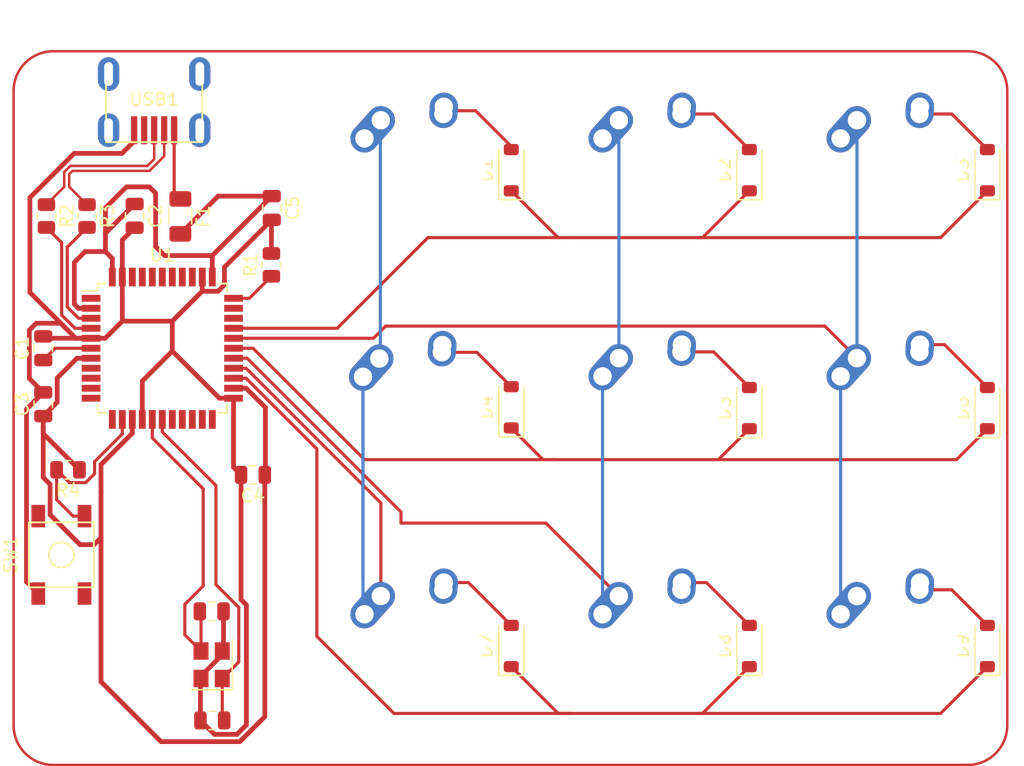
<source format=kicad_pcb>
(kicad_pcb (version 20221018) (generator pcbnew)
  (layers (0 "F.Cu" signal) (31 "B.Cu" signal) (34 "B.Paste" user) (35 "F.Paste" user) (36 "B.SilkS" user "B.Silkscreen") (37 "F.SilkS" user "F.Silkscreen") (38 "B.Mask" user) (39 "F.Mask" user) (44 "Edge.Cuts" user))
  (net 0 "")
  (net 1 "Net-(U1-UCAP)")
  (net 2 "GND")
  (net 3 "+5V")
  (net 4 "Net-(U1-XTAL1)")
  (net 5 "Net-(U1-XTAL2)")
  (net 6 "Row00")
  (net 7 "Net-(D1-A)")
  (net 8 "Net-(D2-A)")
  (net 9 "Net-(D3-A)")
  (net 10 "Row01")
  (net 11 "Net-(D4-A)")
  (net 12 "Net-(D5-A)")
  (net 13 "Net-(D6-A)")
  (net 14 "Row02")
  (net 15 "Net-(D7-A)")
  (net 16 "Net-(D8-A)")
  (net 17 "Net-(D9-A)")
  (net 18 "Net-(USB1-VBUS)")
  (net 19 "Col00")
  (net 20 "Col01")
  (net 21 "Col02")
  (net 22 "Net-(U1-~{HWB}{slash}PE2)")
  (net 23 "D+")
  (net 24 "Net-(U1-D+)")
  (net 25 "D-")
  (net 26 "Net-(U1-D-)")
  (net 27 "Net-(U1-~{RESET})")
  (footprint "Capacitor_SMD:C_0805_2012Metric" (layer "F.Cu") (at 76.1644 73.6092 180)
    (fp_text reference "C4" (at 0 -1.68) (layer "F.SilkS"))
    (fp_text value "0.1uF")
    (pad "1" smd roundrect (at -0.95 0 180) (size 1 1.45) (layers "F.Cu" "F.Paste" "F.Mask") (net 3 "+5V"))
    (pad "2" smd roundrect (at 0.95 0 180) (size 1 1.45) (layers "F.Cu" "F.Paste" "F.Mask") (net 2 "GND"))
  )
  (footprint "MX_Alps_Hybrid:MX-1U-NoLED" (layer "F.Cu") (at 127 87.3125)
    (fp_text reference "MX9")
    (fp_text value "MX-NoLED")
    (pad "" np_thru_hole circle (at -5.08 0 48.0996) (size 1.75 1.75) (drill 1.75) (layers "*.Cu" "*.Mask"))
    (pad "" np_thru_hole circle (at 0 0) (size 3.9878 3.9878) (drill 3.9878) (layers "*.Cu" "*.Mask"))
    (pad "" np_thru_hole circle (at 5.08 0 48.0996) (size 1.75 1.75) (drill 1.75) (layers "*.Cu" "*.Mask"))
    (pad "1" thru_hole oval (at -3.81 -2.54 48.0996) (size 4.211556 2.25) (drill 1.47 (offset 0.980778 0)) (layers "*.Cu" "B.Mask") (net 21 "Col02"))
    (pad "1" thru_hole circle (at -2.5 -4) (size 2.25 2.25) (drill 1.47) (layers "*.Cu" "B.Mask") (net 21 "Col02"))
    (pad "2" thru_hole oval (at 2.5 -4.5 86.0548) (size 2.831378 2.25) (drill 1.47 (offset 0.290689 0)) (layers "*.Cu" "B.Mask") (net 17 "Net-(D9-A)"))
    (pad "2" thru_hole circle (at 2.54 -5.08) (size 2.25 2.25) (drill 1.47) (layers "*.Cu" "B.Mask") (net 17 "Net-(D9-A)"))
  )
  (footprint "MX_Alps_Hybrid:MX-1U-NoLED" (layer "F.Cu") (at 107.95 68.2625)
    (fp_text reference "MX5")
    (fp_text value "MX-NoLED")
    (pad "" np_thru_hole circle (at -5.08 0 48.0996) (size 1.75 1.75) (drill 1.75) (layers "*.Cu" "*.Mask"))
    (pad "" np_thru_hole circle (at 0 0) (size 3.9878 3.9878) (drill 3.9878) (layers "*.Cu" "*.Mask"))
    (pad "" np_thru_hole circle (at 5.08 0 48.0996) (size 1.75 1.75) (drill 1.75) (layers "*.Cu" "*.Mask"))
    (pad "1" thru_hole oval (at -3.81 -2.54 48.0996) (size 4.211556 2.25) (drill 1.47 (offset 0.980778 0)) (layers "*.Cu" "B.Mask") (net 20 "Col01"))
    (pad "1" thru_hole circle (at -2.5 -4) (size 2.25 2.25) (drill 1.47) (layers "*.Cu" "B.Mask") (net 20 "Col01"))
    (pad "2" thru_hole oval (at 2.5 -4.5 86.0548) (size 2.831378 2.25) (drill 1.47 (offset 0.290689 0)) (layers "*.Cu" "B.Mask") (net 12 "Net-(D5-A)"))
    (pad "2" thru_hole circle (at 2.54 -5.08) (size 2.25 2.25) (drill 1.47) (layers "*.Cu" "B.Mask") (net 12 "Net-(D5-A)"))
  )
  (footprint "Resistor_SMD:R_0805_2012Metric" (layer "F.Cu") (at 59.6392 52.8809 -90)
    (fp_text reference "R2" (at 0 -1.65 90) (layer "F.SilkS"))
    (fp_text value "22")
    (pad "1" smd roundrect (at -0.9125 0 270) (size 1.025 1.4) (layers "F.Cu" "F.Paste" "F.Mask") (roundrect_rratio 0.243902) (net 23 "D+"))
    (pad "2" smd roundrect (at 0.9125 0 270) (size 1.025 1.4) (layers "F.Cu" "F.Paste" "F.Mask") (roundrect_rratio 0.243902) (net 24 "Net-(U1-D+)"))
  )
  (footprint "Capacitor_SMD:C_0805_2012Metric" (layer "F.Cu") (at 77.6732 52.2376 -90)
    (fp_text reference "C5" (at 0 -1.68 90) (layer "F.SilkS"))
    (fp_text value "0.1uF")
    (pad "1" smd roundrect (at -0.95 0 270) (size 1 1.45) (layers "F.Cu" "F.Paste" "F.Mask") (net 3 "+5V"))
    (pad "2" smd roundrect (at 0.95 0 270) (size 1 1.45) (layers "F.Cu" "F.Paste" "F.Mask") (net 2 "GND"))
  )
  (footprint "Diode_SMD:D_SOD-123" (layer "F.Cu") (at 115.8875 49.2125 90)
    (fp_text reference "D2" (at 0 -2 90) (layer "F.SilkS"))
    (fp_text value "SOD_123")
    (pad "1" smd roundrect (at -1.65 0 90) (size 0.9 1.2) (layers "F.Cu" "F.Paste" "F.Mask") (net 6 "Row00"))
    (pad "2" smd roundrect (at 1.65 0 90) (size 0.9 1.2) (layers "F.Cu" "F.Paste" "F.Mask") (net 8 "Net-(D2-A)"))
  )
  (footprint "Capacitor_SMD:C_0805_2012Metric" (layer "F.Cu") (at 72.8624 84.53755 180)
    (fp_text reference "C7" hide)
    (fp_text value "22pF" hide)
    (pad "1" smd roundrect (at -0.95 0 180) (size 1 1.45) (layers "F.Cu" "F.Paste" "F.Mask") (net 2 "GND"))
    (pad "2" smd roundrect (at 0.95 0 180) (size 1 1.45) (layers "F.Cu" "F.Paste" "F.Mask") (net 5 "Net-(U1-XTAL2)"))
  )
  (footprint "Resistor_SMD:R_0805_2012Metric" (layer "F.Cu") (at 77.64375 56.7925 90)
    (fp_text reference "R1" (at 0 -1.65 90) (layer "F.SilkS"))
    (fp_text value "10k")
    (pad "1" smd roundrect (at -0.9125 0 90) (size 1.025 1.4) (layers "F.Cu" "F.Paste" "F.Mask") (roundrect_rratio 0.243902) (net 22 "Net-(U1-~{HWB}{slash}PE2)"))
    (pad "2" smd roundrect (at 0.9125 0 90) (size 1.025 1.4) (layers "F.Cu" "F.Paste" "F.Mask") (roundrect_rratio 0.243902) (net 2 "GND"))
  )
  (footprint "MX_Alps_Hybrid:MX-1U-NoLED" (layer "F.Cu") (at 107.95 87.3125)
    (fp_text reference "MX8")
    (fp_text value "MX-NoLED")
    (pad "" np_thru_hole circle (at -5.08 0 48.0996) (size 1.75 1.75) (drill 1.75) (layers "*.Cu" "*.Mask"))
    (pad "" np_thru_hole circle (at 0 0) (size 3.9878 3.9878) (drill 3.9878) (layers "*.Cu" "*.Mask"))
    (pad "" np_thru_hole circle (at 5.08 0 48.0996) (size 1.75 1.75) (drill 1.75) (layers "*.Cu" "*.Mask"))
    (pad "1" thru_hole oval (at -3.81 -2.54 48.0996) (size 4.211556 2.25) (drill 1.47 (offset 0.980778 0)) (layers "*.Cu" "B.Mask") (net 20 "Col01"))
    (pad "1" thru_hole circle (at -2.5 -4) (size 2.25 2.25) (drill 1.47) (layers "*.Cu" "B.Mask") (net 20 "Col01"))
    (pad "2" thru_hole oval (at 2.5 -4.5 86.0548) (size 2.831378 2.25) (drill 1.47 (offset 0.290689 0)) (layers "*.Cu" "B.Mask") (net 16 "Net-(D8-A)"))
    (pad "2" thru_hole circle (at 2.54 -5.08) (size 2.25 2.25) (drill 1.47) (layers "*.Cu" "B.Mask") (net 16 "Net-(D8-A)"))
  )
  (footprint "Fuse:Fuse_1206_3216Metric" (layer "F.Cu") (at 70.358 52.9112 -90)
    (fp_text reference "F1" (at 0 -1.82 90) (layer "F.SilkS"))
    (fp_text value "Polyfuse")
    (pad "1" smd roundrect (at -1.4 0 270) (size 1.25 1.75) (layers "F.Cu" "F.Paste" "F.Mask") (roundrect_rratio 0.2) (net 18 "Net-(USB1-VBUS)"))
    (pad "2" smd roundrect (at 1.4 0 270) (size 1.25 1.75) (layers "F.Cu" "F.Paste" "F.Mask") (roundrect_rratio 0.2) (net 3 "+5V"))
  )
  (footprint "Capacitor_SMD:C_0805_2012Metric" (layer "F.Cu") (at 72.9132 93.2688 180)
    (fp_text reference "C6" hide)
    (fp_text value "22pF")
    (pad "1" smd roundrect (at -0.95 0 180) (size 1 1.45) (layers "F.Cu" "F.Paste" "F.Mask") (net 4 "Net-(U1-XTAL1)"))
    (pad "2" smd roundrect (at 0.95 0 180) (size 1 1.45) (layers "F.Cu" "F.Paste" "F.Mask") (net 2 "GND"))
  )
  (footprint "Resistor_SMD:R_0805_2012Metric" (layer "F.Cu") (at 62.8904 52.8828 -90)
    (fp_text reference "R3" (at 0 -1.65 90) (layer "F.SilkS"))
    (fp_text value "22")
    (pad "1" smd roundrect (at -0.9125 0 270) (size 1.025 1.4) (layers "F.Cu" "F.Paste" "F.Mask") (roundrect_rratio 0.243902) (net 25 "D-"))
    (pad "2" smd roundrect (at 0.9125 0 270) (size 1.025 1.4) (layers "F.Cu" "F.Paste" "F.Mask") (roundrect_rratio 0.243902) (net 26 "Net-(U1-D-)"))
  )
  (footprint "Capacitor_SMD:C_0805_2012Metric" (layer "F.Cu") (at 59.3875 63.46875 90)
    (fp_text reference "C1" (at 0 -1.68 90) (layer "F.SilkS"))
    (fp_text value "1uF")
    (pad "1" smd roundrect (at -0.95 0 90) (size 1 1.45) (layers "F.Cu" "F.Paste" "F.Mask") (net 1 "Net-(U1-UCAP)"))
    (pad "2" smd roundrect (at 0.95 0 90) (size 1 1.45) (layers "F.Cu" "F.Paste" "F.Mask") (net 2 "GND"))
  )
  (footprint "Diode_SMD:D_SOD-123" (layer "F.Cu") (at 96.8375 87.3125 90)
    (fp_text reference "D7" (at 0 -2 90) (layer "F.SilkS"))
    (fp_text value "SOD_123")
    (pad "1" smd roundrect (at -1.65 0 90) (size 0.9 1.2) (layers "F.Cu" "F.Paste" "F.Mask") (net 14 "Row02"))
    (pad "2" smd roundrect (at 1.65 0 90) (size 0.9 1.2) (layers "F.Cu" "F.Paste" "F.Mask") (net 15 "Net-(D7-A)"))
  )
  (footprint "MX_Alps_Hybrid:MX-1U-NoLED" (layer "F.Cu") (at 127 49.2125)
    (fp_text reference "MX3")
    (fp_text value "MX-NoLED")
    (pad "" np_thru_hole circle (at -5.08 0 48.0996) (size 1.75 1.75) (drill 1.75) (layers "*.Cu" "*.Mask"))
    (pad "" np_thru_hole circle (at 0 0) (size 3.9878 3.9878) (drill 3.9878) (layers "*.Cu" "*.Mask"))
    (pad "" np_thru_hole circle (at 5.08 0 48.0996) (size 1.75 1.75) (drill 1.75) (layers "*.Cu" "*.Mask"))
    (pad "1" thru_hole oval (at -3.81 -2.54 48.0996) (size 4.211556 2.25) (drill 1.47 (offset 0.980778 0)) (layers "*.Cu" "B.Mask") (net 21 "Col02"))
    (pad "1" thru_hole circle (at -2.5 -4) (size 2.25 2.25) (drill 1.47) (layers "*.Cu" "B.Mask") (net 21 "Col02"))
    (pad "2" thru_hole oval (at 2.5 -4.5 86.0548) (size 2.831378 2.25) (drill 1.47 (offset 0.290689 0)) (layers "*.Cu" "B.Mask") (net 9 "Net-(D3-A)"))
    (pad "2" thru_hole circle (at 2.54 -5.08) (size 2.25 2.25) (drill 1.47) (layers "*.Cu" "B.Mask") (net 9 "Net-(D3-A)"))
  )
  (footprint "Diode_SMD:D_SOD-123" (layer "F.Cu") (at 134.9375 68.2625 90)
    (fp_text reference "D6" (at 0 -2 90) (layer "F.SilkS"))
    (fp_text value "SOD_123")
    (pad "1" smd roundrect (at -1.65 0 90) (size 0.9 1.2) (layers "F.Cu" "F.Paste" "F.Mask") (net 10 "Row01"))
    (pad "2" smd roundrect (at 1.65 0 90) (size 0.9 1.2) (layers "F.Cu" "F.Paste" "F.Mask") (net 13 "Net-(D6-A)"))
  )
  (footprint "Capacitor_SMD:C_0805_2012Metric" (layer "F.Cu") (at 59.3852 67.9552 90)
    (fp_text reference "C3" (at 0 -1.68 90) (layer "F.SilkS"))
    (fp_text value "0.1uF")
    (pad "1" smd roundrect (at -0.95 0 90) (size 1 1.45) (layers "F.Cu" "F.Paste" "F.Mask") (net 3 "+5V"))
    (pad "2" smd roundrect (at 0.95 0 90) (size 1 1.45) (layers "F.Cu" "F.Paste" "F.Mask") (net 2 "GND"))
  )
  (footprint "random-keyboard-parts:SKQG-1155865" (layer "F.Cu") (at 60.8372 80.0112 -90)
    (fp_text reference "SW1" (at 0 4.064 90) (layer "F.SilkS"))
    (fp_text value "SW_Push")
    (pad "1" smd rect (at 3.1 1.85 270) (size 1.8 1.1) (layers "F.Cu" "F.Paste" "F.Mask") (net 2 "GND"))
    (pad "2" smd rect (at -3.1 -1.85 270) (size 1.8 1.1) (layers "F.Cu" "F.Paste" "F.Mask") (net 27 "Net-(U1-~{RESET})"))
    (pad "3" smd rect (at 3.1 -1.85 270) (size 1.8 1.1) (layers "F.Cu" "F.Paste" "F.Mask"))
    (pad "4" smd rect (at -3.1 1.85 270) (size 1.8 1.1) (layers "F.Cu" "F.Paste" "F.Mask"))
  )
  (footprint "MX_Alps_Hybrid:MX-1U-NoLED" (layer "F.Cu") (at 127 68.2625)
    (fp_text reference "MX6")
    (fp_text value "MX-NoLED")
    (pad "" np_thru_hole circle (at -5.08 0 48.0996) (size 1.75 1.75) (drill 1.75) (layers "*.Cu" "*.Mask"))
    (pad "" np_thru_hole circle (at 0 0) (size 3.9878 3.9878) (drill 3.9878) (layers "*.Cu" "*.Mask"))
    (pad "" np_thru_hole circle (at 5.08 0 48.0996) (size 1.75 1.75) (drill 1.75) (layers "*.Cu" "*.Mask"))
    (pad "1" thru_hole oval (at -3.81 -2.54 48.0996) (size 4.211556 2.25) (drill 1.47 (offset 0.980778 0)) (layers "*.Cu" "B.Mask") (net 21 "Col02"))
    (pad "1" thru_hole circle (at -2.5 -4) (size 2.25 2.25) (drill 1.47) (layers "*.Cu" "B.Mask") (net 21 "Col02"))
    (pad "2" thru_hole oval (at 2.5 -4.5 86.0548) (size 2.831378 2.25) (drill 1.47 (offset 0.290689 0)) (layers "*.Cu" "B.Mask") (net 13 "Net-(D6-A)"))
    (pad "2" thru_hole circle (at 2.54 -5.08) (size 2.25 2.25) (drill 1.47) (layers "*.Cu" "B.Mask") (net 13 "Net-(D6-A)"))
  )
  (footprint "Diode_SMD:D_SOD-123" (layer "F.Cu") (at 96.8375 49.2125 90)
    (fp_text reference "D1" (at 0 -2 90) (layer "F.SilkS"))
    (fp_text value "SOD-123")
    (pad "1" smd roundrect (at -1.65 0 90) (size 0.9 1.2) (layers "F.Cu" "F.Paste" "F.Mask") (net 6 "Row00"))
    (pad "2" smd roundrect (at 1.65 0 90) (size 0.9 1.2) (layers "F.Cu" "F.Paste" "F.Mask") (net 7 "Net-(D1-A)"))
  )
  (footprint "Package_QFP:TQFP-44_10x10mm_P0.8mm" (layer "F.Cu") (at 68.9125 63.46875)
    (fp_text reference "U1" (at 0 -7.45) (layer "F.SilkS"))
    (fp_text value "ATmega32U4-A")
    (pad "1" smd rect (at -5.7 -4) (size 1.5 0.55) (layers "F.Cu" "F.Paste" "F.Mask"))
    (pad "2" smd rect (at -5.7 -3.2) (size 1.5 0.55) (layers "F.Cu" "F.Paste" "F.Mask") (net 3 "+5V"))
    (pad "3" smd rect (at -5.7 -2.4) (size 1.5 0.55) (layers "F.Cu" "F.Paste" "F.Mask") (net 26 "Net-(U1-D-)"))
    (pad "4" smd rect (at -5.7 -1.6) (size 1.5 0.55) (layers "F.Cu" "F.Paste" "F.Mask") (net 24 "Net-(U1-D+)"))
    (pad "5" smd rect (at -5.7 -0.8) (size 1.5 0.55) (layers "F.Cu" "F.Paste" "F.Mask") (net 2 "GND"))
    (pad "6" smd rect (at -5.7 0) (size 1.5 0.55) (layers "F.Cu" "F.Paste" "F.Mask") (net 1 "Net-(U1-UCAP)"))
    (pad "7" smd rect (at -5.7 0.8) (size 1.5 0.55) (layers "F.Cu" "F.Paste" "F.Mask") (net 3 "+5V"))
    (pad "8" smd rect (at -5.7 1.6) (size 1.5 0.55) (layers "F.Cu" "F.Paste" "F.Mask"))
    (pad "9" smd rect (at -5.7 2.4) (size 1.5 0.55) (layers "F.Cu" "F.Paste" "F.Mask"))
    (pad "10" smd rect (at -5.7 3.2) (size 1.5 0.55) (layers "F.Cu" "F.Paste" "F.Mask"))
    (pad "11" smd rect (at -5.7 4) (size 1.5 0.55) (layers "F.Cu" "F.Paste" "F.Mask"))
    (pad "12" smd rect (at -4 5.7 90) (size 1.5 0.55) (layers "F.Cu" "F.Paste" "F.Mask"))
    (pad "13" smd rect (at -3.2 5.7 90) (size 1.5 0.55) (layers "F.Cu" "F.Paste" "F.Mask") (net 27 "Net-(U1-~{RESET})"))
    (pad "14" smd rect (at -2.4 5.7 90) (size 1.5 0.55) (layers "F.Cu" "F.Paste" "F.Mask") (net 3 "+5V"))
    (pad "15" smd rect (at -1.6 5.7 90) (size 1.5 0.55) (layers "F.Cu" "F.Paste" "F.Mask") (net 2 "GND"))
    (pad "16" smd rect (at -0.8 5.7 90) (size 1.5 0.55) (layers "F.Cu" "F.Paste" "F.Mask") (net 5 "Net-(U1-XTAL2)"))
    (pad "17" smd rect (at 0 5.7 90) (size 1.5 0.55) (layers "F.Cu" "F.Paste" "F.Mask") (net 4 "Net-(U1-XTAL1)"))
    (pad "18" smd rect (at 0.8 5.7 90) (size 1.5 0.55) (layers "F.Cu" "F.Paste" "F.Mask"))
    (pad "19" smd rect (at 1.6 5.7 90) (size 1.5 0.55) (layers "F.Cu" "F.Paste" "F.Mask"))
    (pad "20" smd rect (at 2.4 5.7 90) (size 1.5 0.55) (layers "F.Cu" "F.Paste" "F.Mask"))
    (pad "21" smd rect (at 3.2 5.7 90) (size 1.5 0.55) (layers "F.Cu" "F.Paste" "F.Mask"))
    (pad "22" smd rect (at 4 5.7 90) (size 1.5 0.55) (layers "F.Cu" "F.Paste" "F.Mask"))
    (pad "23" smd rect (at 5.7 4) (size 1.5 0.55) (layers "F.Cu" "F.Paste" "F.Mask") (net 2 "GND"))
    (pad "24" smd rect (at 5.7 3.2) (size 1.5 0.55) (layers "F.Cu" "F.Paste" "F.Mask") (net 3 "+5V"))
    (pad "25" smd rect (at 5.7 2.4) (size 1.5 0.55) (layers "F.Cu" "F.Paste" "F.Mask") (net 14 "Row02"))
    (pad "26" smd rect (at 5.7 1.6) (size 1.5 0.55) (layers "F.Cu" "F.Paste" "F.Mask") (net 19 "Col00"))
    (pad "27" smd rect (at 5.7 0.8) (size 1.5 0.55) (layers "F.Cu" "F.Paste" "F.Mask") (net 20 "Col01"))
    (pad "28" smd rect (at 5.7 0) (size 1.5 0.55) (layers "F.Cu" "F.Paste" "F.Mask") (net 10 "Row01"))
    (pad "29" smd rect (at 5.7 -0.8) (size 1.5 0.55) (layers "F.Cu" "F.Paste" "F.Mask") (net 21 "Col02"))
    (pad "30" smd rect (at 5.7 -1.6) (size 1.5 0.55) (layers "F.Cu" "F.Paste" "F.Mask") (net 6 "Row00"))
    (pad "31" smd rect (at 5.7 -2.4) (size 1.5 0.55) (layers "F.Cu" "F.Paste" "F.Mask"))
    (pad "32" smd rect (at 5.7 -3.2) (size 1.5 0.55) (layers "F.Cu" "F.Paste" "F.Mask"))
    (pad "33" smd rect (at 5.7 -4) (size 1.5 0.55) (layers "F.Cu" "F.Paste" "F.Mask") (net 22 "Net-(U1-~{HWB}{slash}PE2)"))
    (pad "34" smd rect (at 4 -5.7 90) (size 1.5 0.55) (layers "F.Cu" "F.Paste" "F.Mask") (net 3 "+5V"))
    (pad "35" smd rect (at 3.2 -5.7 90) (size 1.5 0.55) (layers "F.Cu" "F.Paste" "F.Mask") (net 2 "GND"))
    (pad "36" smd rect (at 2.4 -5.7 90) (size 1.5 0.55) (layers "F.Cu" "F.Paste" "F.Mask"))
    (pad "37" smd rect (at 1.6 -5.7 90) (size 1.5 0.55) (layers "F.Cu" "F.Paste" "F.Mask"))
    (pad "38" smd rect (at 0.8 -5.7 90) (size 1.5 0.55) (layers "F.Cu" "F.Paste" "F.Mask"))
    (pad "39" smd rect (at 0 -5.7 90) (size 1.5 0.55) (layers "F.Cu" "F.Paste" "F.Mask"))
    (pad "40" smd rect (at -0.8 -5.7 90) (size 1.5 0.55) (layers "F.Cu" "F.Paste" "F.Mask"))
    (pad "41" smd rect (at -1.6 -5.7 90) (size 1.5 0.55) (layers "F.Cu" "F.Paste" "F.Mask"))
    (pad "42" smd rect (at -2.4 -5.7 90) (size 1.5 0.55) (layers "F.Cu" "F.Paste" "F.Mask"))
    (pad "43" smd rect (at -3.2 -5.7 90) (size 1.5 0.55) (layers "F.Cu" "F.Paste" "F.Mask") (net 2 "GND"))
    (pad "44" smd rect (at -4 -5.7 90) (size 1.5 0.55) (layers "F.Cu" "F.Paste" "F.Mask") (net 3 "+5V"))
  )
  (footprint "Diode_SMD:D_SOD-123" (layer "F.Cu") (at 96.8375 68.2 90)
    (fp_text reference "D4" (at 0 -2 90) (layer "F.SilkS"))
    (fp_text value "SOD_123")
    (pad "1" smd roundrect (at -1.65 0 90) (size 0.9 1.2) (layers "F.Cu" "F.Paste" "F.Mask") (net 10 "Row01"))
    (pad "2" smd roundrect (at 1.65 0 90) (size 0.9 1.2) (layers "F.Cu" "F.Paste" "F.Mask") (net 11 "Net-(D4-A)"))
  )
  (footprint "MX_Alps_Hybrid:MX-1U-NoLED" (layer "F.Cu") (at 88.9 49.2125)
    (fp_text reference "MX1")
    (fp_text value "MX-NoLED")
    (pad "" np_thru_hole circle (at -5.08 0 48.0996) (size 1.75 1.75) (drill 1.75) (layers "*.Cu" "*.Mask"))
    (pad "" np_thru_hole circle (at 0 0) (size 3.9878 3.9878) (drill 3.9878) (layers "*.Cu" "*.Mask"))
    (pad "" np_thru_hole circle (at 5.08 0 48.0996) (size 1.75 1.75) (drill 1.75) (layers "*.Cu" "*.Mask"))
    (pad "1" thru_hole oval (at -3.81 -2.54 48.0996) (size 4.211556 2.25) (drill 1.47 (offset 0.980778 0)) (layers "*.Cu" "B.Mask") (net 19 "Col00"))
    (pad "1" thru_hole circle (at -2.5 -4) (size 2.25 2.25) (drill 1.47) (layers "*.Cu" "B.Mask") (net 19 "Col00"))
    (pad "2" thru_hole oval (at 2.5 -4.5 86.0548) (size 2.831378 2.25) (drill 1.47 (offset 0.290689 0)) (layers "*.Cu" "B.Mask") (net 7 "Net-(D1-A)"))
    (pad "2" thru_hole circle (at 2.54 -5.08) (size 2.25 2.25) (drill 1.47) (layers "*.Cu" "B.Mask") (net 7 "Net-(D1-A)"))
  )
  (footprint "Crystal:Crystal_SMD_3225-4Pin_3.2x2.5mm" (layer "F.Cu") (at 72.8608 88.81255 90)
    (fp_text reference "Y1" hide)
    (fp_text value "16MHz")
    (pad "1" smd rect (at -1.1 0.85 90) (size 1.4 1.2) (layers "F.Cu" "F.Paste" "F.Mask") (net 4 "Net-(U1-XTAL1)"))
    (pad "2" smd rect (at 1.1 0.85 90) (size 1.4 1.2) (layers "F.Cu" "F.Paste" "F.Mask") (net 2 "GND"))
    (pad "3" smd rect (at 1.1 -0.85 90) (size 1.4 1.2) (layers "F.Cu" "F.Paste" "F.Mask") (net 5 "Net-(U1-XTAL2)"))
    (pad "4" smd rect (at -1.1 -0.85 90) (size 1.4 1.2) (layers "F.Cu" "F.Paste" "F.Mask") (net 2 "GND"))
  )
  (footprint "MX_Alps_Hybrid:MX-1U-NoLED" (layer "F.Cu") (at 107.95 49.2125)
    (fp_text reference "MX2")
    (fp_text value "MX-NoLED")
    (pad "" np_thru_hole circle (at -5.08 0 48.0996) (size 1.75 1.75) (drill 1.75) (layers "*.Cu" "*.Mask"))
    (pad "" np_thru_hole circle (at 0 0) (size 3.9878 3.9878) (drill 3.9878) (layers "*.Cu" "*.Mask"))
    (pad "" np_thru_hole circle (at 5.08 0 48.0996) (size 1.75 1.75) (drill 1.75) (layers "*.Cu" "*.Mask"))
    (pad "1" thru_hole oval (at -3.81 -2.54 48.0996) (size 4.211556 2.25) (drill 1.47 (offset 0.980778 0)) (layers "*.Cu" "B.Mask") (net 20 "Col01"))
    (pad "1" thru_hole circle (at -2.5 -4) (size 2.25 2.25) (drill 1.47) (layers "*.Cu" "B.Mask") (net 20 "Col01"))
    (pad "2" thru_hole oval (at 2.5 -4.5 86.0548) (size 2.831378 2.25) (drill 1.47 (offset 0.290689 0)) (layers "*.Cu" "B.Mask") (net 8 "Net-(D2-A)"))
    (pad "2" thru_hole circle (at 2.54 -5.08) (size 2.25 2.25) (drill 1.47) (layers "*.Cu" "B.Mask") (net 8 "Net-(D2-A)"))
  )
  (footprint "Resistor_SMD:R_0805_2012Metric" (layer "F.Cu") (at 61.3683 73.2028 180)
    (fp_text reference "R4" (at 0 -1.65) (layer "F.SilkS"))
    (fp_text value "10k")
    (pad "1" smd roundrect (at -0.9125 0 180) (size 1.025 1.4) (layers "F.Cu" "F.Paste" "F.Mask") (roundrect_rratio 0.243902) (net 3 "+5V"))
    (pad "2" smd roundrect (at 0.9125 0 180) (size 1.025 1.4) (layers "F.Cu" "F.Paste" "F.Mask") (roundrect_rratio 0.243902) (net 27 "Net-(U1-~{RESET})"))
  )
  (footprint "random-keyboard-parts:Molex-0548190589" (layer "F.Cu") (at 68.2625 41.5125 -90)
    (fp_text reference "USB1" (at 2.032 0) (layer "F.SilkS"))
    (fp_text value "Molex-0548190519")
    (pad "1" smd rect (at 4.5 1.6 270) (size 2.25 0.5) (layers "F.Cu" "F.Paste" "F.Mask") (net 2 "GND"))
    (pad "2" smd rect (at 4.5 0.8 270) (size 2.25 0.5) (layers "F.Cu" "F.Paste" "F.Mask"))
    (pad "3" smd rect (at 4.5 0 270) (size 2.25 0.5) (layers "F.Cu" "F.Paste" "F.Mask") (net 23 "D+"))
    (pad "4" smd rect (at 4.5 -0.8 270) (size 2.25 0.5) (layers "F.Cu" "F.Paste" "F.Mask") (net 25 "D-"))
    (pad "5" smd rect (at 4.5 -1.6 270) (size 2.25 0.5) (layers "F.Cu" "F.Paste" "F.Mask") (net 18 "Net-(USB1-VBUS)"))
    (pad "6" thru_hole oval (at 0 -3.65 270) (size 2.7 1.7) (drill oval 1.9 0.7) (layers "*.Cu" "*.Mask"))
    (pad "6" thru_hole oval (at 0 3.65 270) (size 2.7 1.7) (drill oval 1.9 0.7) (layers "*.Cu" "*.Mask"))
    (pad "6" thru_hole oval (at 4.5 -3.65 270) (size 2.7 1.7) (drill oval 1.9 0.7) (layers "*.Cu" "*.Mask"))
    (pad "6" thru_hole oval (at 4.5 3.65 270) (size 2.7 1.7) (drill oval 1.9 0.7) (layers "*.Cu" "*.Mask"))
  )
  (footprint "Diode_SMD:D_SOD-123" (layer "F.Cu") (at 134.9375 87.3125 90)
    (fp_text reference "D9" (at 0 -2 90) (layer "F.SilkS"))
    (fp_text value "SOD_123")
    (pad "1" smd roundrect (at -1.65 0 90) (size 0.9 1.2) (layers "F.Cu" "F.Paste" "F.Mask") (net 14 "Row02"))
    (pad "2" smd roundrect (at 1.65 0 90) (size 0.9 1.2) (layers "F.Cu" "F.Paste" "F.Mask") (net 17 "Net-(D9-A)"))
  )
  (footprint "MX_Alps_Hybrid:MX-1U-NoLED" (layer "F.Cu") (at 88.78125 68.29375)
    (fp_text reference "MX4")
    (fp_text value "MX-NoLED")
    (pad "" np_thru_hole circle (at -5.08 0 48.0996) (size 1.75 1.75) (drill 1.75) (layers "*.Cu" "*.Mask"))
    (pad "" np_thru_hole circle (at 0 0) (size 3.9878 3.9878) (drill 3.9878) (layers "*.Cu" "*.Mask"))
    (pad "" np_thru_hole circle (at 5.08 0 48.0996) (size 1.75 1.75) (drill 1.75) (layers "*.Cu" "*.Mask"))
    (pad "1" thru_hole oval (at -3.81 -2.54 48.0996) (size 4.211556 2.25) (drill 1.47 (offset 0.980778 0)) (layers "*.Cu" "B.Mask") (net 19 "Col00"))
    (pad "1" thru_hole circle (at -2.5 -4) (size 2.25 2.25) (drill 1.47) (layers "*.Cu" "B.Mask") (net 19 "Col00"))
    (pad "2" thru_hole oval (at 2.5 -4.5 86.0548) (size 2.831378 2.25) (drill 1.47 (offset 0.290689 0)) (layers "*.Cu" "B.Mask") (net 11 "Net-(D4-A)"))
    (pad "2" thru_hole circle (at 2.54 -5.08) (size 2.25 2.25) (drill 1.47) (layers "*.Cu" "B.Mask") (net 11 "Net-(D4-A)"))
  )
  (footprint "MX_Alps_Hybrid:MX-1U-NoLED" (layer "F.Cu") (at 88.9 87.3125)
    (fp_text reference "MX7")
    (fp_text value "MX-NoLED")
    (pad "" np_thru_hole circle (at -5.08 0 48.0996) (size 1.75 1.75) (drill 1.75) (layers "*.Cu" "*.Mask"))
    (pad "" np_thru_hole circle (at 0 0) (size 3.9878 3.9878) (drill 3.9878) (layers "*.Cu" "*.Mask"))
    (pad "" np_thru_hole circle (at 5.08 0 48.0996) (size 1.75 1.75) (drill 1.75) (layers "*.Cu" "*.Mask"))
    (pad "1" thru_hole oval (at -3.81 -2.54 48.0996) (size 4.211556 2.25) (drill 1.47 (offset 0.980778 0)) (layers "*.Cu" "B.Mask") (net 19 "Col00"))
    (pad "1" thru_hole circle (at -2.5 -4) (size 2.25 2.25) (drill 1.47) (layers "*.Cu" "B.Mask") (net 19 "Col00"))
    (pad "2" thru_hole oval (at 2.5 -4.5 86.0548) (size 2.831378 2.25) (drill 1.47 (offset 0.290689 0)) (layers "*.Cu" "B.Mask") (net 15 "Net-(D7-A)"))
    (pad "2" thru_hole circle (at 2.54 -5.08) (size 2.25 2.25) (drill 1.47) (layers "*.Cu" "B.Mask") (net 15 "Net-(D7-A)"))
  )
  (footprint "Diode_SMD:D_SOD-123" (layer "F.Cu") (at 134.9375 49.2125 90)
    (fp_text reference "D3" (at 0 -2 90) (layer "F.SilkS"))
    (fp_text value "SOD_123")
    (pad "1" smd roundrect (at -1.65 0 90) (size 0.9 1.2) (layers "F.Cu" "F.Paste" "F.Mask") (net 6 "Row00"))
    (pad "2" smd roundrect (at 1.65 0 90) (size 0.9 1.2) (layers "F.Cu" "F.Paste" "F.Mask") (net 9 "Net-(D3-A)"))
  )
  (footprint "Capacitor_SMD:C_0805_2012Metric" (layer "F.Cu") (at 66.7004 52.8676 -90)
    (fp_text reference "C2" (at 0 -1.68 90) (layer "F.SilkS"))
    (fp_text value "0.1uF")
    (pad "1" smd roundrect (at -0.95 0 270) (size 1 1.45) (layers "F.Cu" "F.Paste" "F.Mask") (net 3 "+5V"))
    (pad "2" smd roundrect (at 0.95 0 270) (size 1 1.45) (layers "F.Cu" "F.Paste" "F.Mask") (net 2 "GND"))
  )
  (footprint "Diode_SMD:D_SOD-123" (layer "F.Cu") (at 115.8875 87.3125 90)
    (fp_text reference "D8" (at 0 -2 90) (layer "F.SilkS"))
    (fp_text value "SOD_123")
    (pad "1" smd roundrect (at -1.65 0 90) (size 0.9 1.2) (layers "F.Cu" "F.Paste" "F.Mask") (net 14 "Row02"))
    (pad "2" smd roundrect (at 1.65 0 90) (size 0.9 1.2) (layers "F.Cu" "F.Paste" "F.Mask") (net 16 "Net-(D8-A)"))
  )
  (footprint "Diode_SMD:D_SOD-123" (layer "F.Cu") (at 115.8875 68.2625 90)
    (fp_text reference "D5" (at 0 -2 90) (layer "F.SilkS"))
    (fp_text value "SOD_123")
    (pad "1" smd roundrect (at -1.65 0 90) (size 0.9 1.2) (layers "F.Cu" "F.Paste" "F.Mask") (net 10 "Row01"))
    (pad "2" smd roundrect (at 1.65 0 90) (size 0.9 1.2) (layers "F.Cu" "F.Paste" "F.Mask") (net 12 "Net-(D5-A)"))
  )
  (gr_line (start 136.525 93.6625) (end 136.525 42.8625) (stroke (width 0.2)) (layer "F.Cu"))
  (gr_arc (start 60.188814 96.8375) (mid 57.94375 95.907564) (end 57.013814 93.6625) (stroke (width 0.2)) (layer "F.Cu"))
  (gr_line (start 133.35 39.6875) (end 60.188814 39.6875) (stroke (width 0.2)) (layer "F.Cu"))
  (gr_line (start 57.013814 93.6625) (end 57.013814 42.8625) (stroke (width 0.2)) (layer "F.Cu"))
  (gr_arc (start 133.35 39.6875) (mid 135.595064 40.617436) (end 136.525 42.8625) (stroke (width 0.2)) (layer "F.Cu"))
  (gr_line (start 60.188814 96.8375) (end 133.35 96.8375) (stroke (width 0.2)) (layer "F.Cu"))
  (gr_arc (start 136.525 93.6625) (mid 135.595064 95.907564) (end 133.35 96.8375) (stroke (width 0.2)) (layer "F.Cu"))
  (gr_arc (start 57.013814 42.8625) (mid 57.94375 40.617436) (end 60.188814 39.6875) (stroke (width 0.2)) (layer "F.Cu"))
  (segment (start 60.3375 63.46875) (end 63.2125 63.46875) (width 0.25) (layer "F.Cu") (net 1))
  (segment (start 59.3875 64.41875) (end 60.3375 63.46875) (width 0.25) (layer "F.Cu") (net 1))
  (segment (start 61.861114 47.8656) (end 58.3184 51.408314) (width 0.381) (layer "F.Cu") (net 2))
  (segment (start 74.8792 94.3864) (end 75.6412 93.6244) (width 0.381) (layer "F.Cu") (net 2))
  (segment (start 58.0467 68.3437) (end 59.3852 67.0052) (width 0.381) (layer "F.Cu") (net 2))
  (segment (start 59.3875 62.51875) (end 59.5375 62.66875) (width 0.381) (layer "F.Cu") (net 2))
  (segment (start 67.3125 66.09975) (end 67.3125 69.16875) (width 0.381) (layer "F.Cu") (net 2))
  (segment (start 72.0108 89.70925) (end 72.0108 89.91255) (width 0.381) (layer "F.Cu") (net 2))
  (segment (start 75.2144 83.5964) (end 75.2144 73.6092) (width 0.381) (layer "F.Cu") (net 2))
  (segment (start 69.7125 63.69975) (end 67.3125 66.09975) (width 0.381) (layer "F.Cu") (net 2))
  (segment (start 73.366 58.90925) (end 72.122 58.90925) (width 0.381) (layer "F.Cu") (net 2))
  (segment (start 64.3435 62.66875) (end 65.7125 61.29975) (width 0.381) (layer "F.Cu") (net 2))
  (segment (start 66.7004 53.8176) (end 65.7125 54.8055) (width 0.381) (layer "F.Cu") (net 2))
  (segment (start 73.7108 87.71255) (end 73.7108 88.00925) (width 0.381) (layer "F.Cu") (net 2))
  (segment (start 71.9632 93.2688) (end 73.0787 94.3843) (width 0.381) (layer "F.Cu") (net 2))
  (segment (start 75.6412 84.0232) (end 75.2144 83.5964) (width 0.381) (layer "F.Cu") (net 2))
  (segment (start 59.3852 67.0052) (end 58.272 65.892) (width 0.381) (layer "F.Cu") (net 2))
  (segment (start 65.7125 54.8055) (end 65.7125 57.76875) (width 0.381) (layer "F.Cu") (net 2))
  (segment (start 74.6125 73.0073) (end 75.2144 73.6092) (width 0.381) (layer "F.Cu") (net 2))
  (segment (start 73.8124 84.53755) (end 73.8124 87.61095) (width 0.381) (layer "F.Cu") (net 2))
  (segment (start 58.9872 83.1112) (end 58.0467 82.1707) (width 0.381) (layer "F.Cu") (net 2))
  (segment (start 65.6844 47.8656) (end 61.861114 47.8656) (width 0.381) (layer "F.Cu") (net 2))
  (segment (start 58.3184 58.996628) (end 61.078086 61.756314) (width 0.381) (layer "F.Cu") (net 2))
  (segment (start 74.8771 94.3843) (end 74.8792 94.3864) (width 0.381) (layer "F.Cu") (net 2))
  (segment (start 74.6125 67.46875) (end 74.6125 73.0073) (width 0.381) (layer "F.Cu") (net 2))
  (segment (start 73.884625 56.976175) (end 73.884625 58.390625) (width 0.381) (layer "F.Cu") (net 2))
  (segment (start 58.8264 61.468) (end 60.789772 61.468) (width 0.381) (layer "F.Cu") (net 2))
  (segment (start 66.6625 46.8875) (end 65.6844 47.8656) (width 0.381) (layer "F.Cu") (net 2))
  (segment (start 73.8124 87.61095) (end 73.7108 87.71255) (width 0.381) (layer "F.Cu") (net 2))
  (segment (start 71.9632 89.96015) (end 72.0108 89.91255) (width 0.381) (layer "F.Cu") (net 2))
  (segment (start 72.1125 58.89975) (end 69.7125 61.29975) (width 0.381) (layer "F.Cu") (net 2))
  (segment (start 75.6412 93.6244) (end 75.6412 84.0232) (width 0.381) (layer "F.Cu") (net 2))
  (segment (start 58.3184 51.408314) (end 58.3184 58.996628) (width 0.381) (layer "F.Cu") (net 2))
  (segment (start 59.5375 62.66875) (end 63.2125 62.66875) (width 0.381) (layer "F.Cu") (net 2))
  (segment (start 77.6732 53.1876) (end 73.884625 56.976175) (width 0.381) (layer "F.Cu") (net 2))
  (segment (start 58.0467 82.1707) (end 58.0467 68.3437) (width 0.381) (layer "F.Cu") (net 2))
  (segment (start 73.0787 94.3843) (end 74.8771 94.3843) (width 0.381) (layer "F.Cu") (net 2))
  (segment (start 58.272 65.892) (end 58.272 62.0224) (width 0.381) (layer "F.Cu") (net 2))
  (segment (start 61.078086 61.756314) (end 61.990522 62.66875) (width 0.381) (layer "F.Cu") (net 2))
  (segment (start 60.789772 61.468) (end 61.078086 61.756314) (width 0.381) (layer "F.Cu") (net 2))
  (segment (start 77.64375 53.21705) (end 77.6732 53.1876) (width 0.381) (layer "F.Cu") (net 2))
  (segment (start 61.990522 62.66875) (end 63.2125 62.66875) (width 0.381) (layer "F.Cu") (net 2))
  (segment (start 74.6125 67.46875) (end 73.4815 67.46875) (width 0.381) (layer "F.Cu") (net 2))
  (segment (start 73.7108 88.00925) (end 72.0108 89.70925) (width 0.381) (layer "F.Cu") (net 2))
  (segment (start 72.1125 57.76875) (end 72.1125 58.89975) (width 0.381) (layer "F.Cu") (net 2))
  (segment (start 63.2125 62.66875) (end 64.3435 62.66875) (width 0.381) (layer "F.Cu") (net 2))
  (segment (start 69.7125 61.29975) (end 65.7125 61.29975) (width 0.381) (layer "F.Cu") (net 2))
  (segment (start 72.122 58.90925) (end 72.1125 58.89975) (width 0.381) (layer "F.Cu") (net 2))
  (segment (start 71.9632 93.2688) (end 71.9632 89.96015) (width 0.381) (layer "F.Cu") (net 2))
  (segment (start 73.884625 58.390625) (end 73.366 58.90925) (width 0.381) (layer "F.Cu") (net 2))
  (segment (start 58.272 62.0224) (end 58.8264 61.468) (width 0.381) (layer "F.Cu") (net 2))
  (segment (start 72.0108 93.1704) (end 71.9124 93.2688) (width 0.381) (layer "F.Cu") (net 2))
  (segment (start 65.7125 61.29975) (end 65.7125 57.76875) (width 0.381) (layer "F.Cu") (net 2))
  (segment (start 69.7125 63.69975) (end 69.7125 61.29975) (width 0.381) (layer "F.Cu") (net 2))
  (segment (start 77.64375 55.88) (end 77.64375 53.21705) (width 0.381) (layer "F.Cu") (net 2))
  (segment (start 73.4815 67.46875) (end 69.7125 63.69975) (width 0.381) (layer "F.Cu") (net 2))
  (segment (start 66.6625 46.0125) (end 66.6625 46.8875) (width 0.381) (layer "F.Cu") (net 2))
  (segment (start 68.3768 51.054) (end 68.3768 55.3212) (width 0.381) (layer "F.Cu") (net 3))
  (segment (start 64.008 72.782592) (end 64.008 74.93) (width 0.381) (layer "F.Cu") (net 3))
  (segment (start 77.6732 51.2876) (end 72.9125 56.0483) (width 0.381) (layer "F.Cu") (net 3))
  (segment (start 64.3636 54.2544) (end 64.3636 52.2224) (width 0.381) (layer "F.Cu") (net 3))
  (segment (start 75.119858 94.9674) (end 68.804114 94.9674) (width 0.381) (layer "F.Cu") (net 3))
  (segment (start 73.3816 51.2876) (end 77.6732 51.2876) (width 0.381) (layer "F.Cu") (net 3))
  (segment (start 64.008 90.171286) (end 68.804114 94.9674) (width 0.381) (layer "F.Cu") (net 3))
  (segment (start 66.04 50.546) (end 67.8688 50.546) (width 0.381) (layer "F.Cu") (net 3))
  (segment (start 62.738 55.7276) (end 64.3636 55.7276) (width 0.381) (layer "F.Cu") (net 3))
  (segment (start 66.5125 70.278092) (end 64.008 72.782592) (width 0.381) (layer "F.Cu") (net 3))
  (segment (start 59.3852 70.3072) (end 59.3852 69.7484) (width 0.381) (layer "F.Cu") (net 3))
  (segment (start 62.3316 79.1972) (end 59.9365 76.8021) (width 0.381) (layer "F.Cu") (net 3))
  (segment (start 63.2125 64.26875) (end 62.0815 64.26875) (width 0.381) (layer "F.Cu") (net 3))
  (segment (start 64.008 78.6384) (end 64.008 90.171286) (width 0.381) (layer "F.Cu") (net 3))
  (segment (start 72.9125 56.0483) (end 72.9125 57.76875) (width 0.381) (layer "F.Cu") (net 3))
  (segment (start 62.2065 60.26875) (end 61.8744 59.93665) (width 0.381) (layer "F.Cu") (net 3))
  (segment (start 64.3636 54.2544) (end 64.3636 55.7276) (width 0.381) (layer "F.Cu") (net 3))
  (segment (start 61.8744 56.5912) (end 62.738 55.7276) (width 0.381) (layer "F.Cu") (net 3))
  (segment (start 59.3852 69.7484) (end 59.3852 68.9052) (width 0.381) (layer "F.Cu") (net 3))
  (segment (start 62.0815 64.26875) (end 60.5007 65.84955) (width 0.381) (layer "F.Cu") (net 3))
  (segment (start 70.358 54.3112) (end 73.3816 51.2876) (width 0.381) (layer "F.Cu") (net 3))
  (segment (start 69.1039 56.0483) (end 72.9125 56.0483) (width 0.381) (layer "F.Cu") (net 3))
  (segment (start 64.3636 52.2224) (end 66.04 50.546) (width 0.381) (layer "F.Cu") (net 3))
  (segment (start 62.2808 73.2028) (end 59.3852 70.3072) (width 0.381) (layer "F.Cu") (net 3))
  (segment (start 59.3852 73.8124) (end 59.3852 69.7484) (width 0.381) (layer "F.Cu") (net 3))
  (segment (start 59.9365 76.8021) (end 59.9365 74.3637) (width 0.381) (layer "F.Cu") (net 3))
  (segment (start 63.2125 60.26875) (end 62.2065 60.26875) (width 0.381) (layer "F.Cu") (net 3))
  (segment (start 77.1652 68.21545) (end 77.1652 73.5584) (width 0.381) (layer "F.Cu") (net 3))
  (segment (start 66.7004 51.9176) (end 64.3636 54.2544) (width 0.381) (layer "F.Cu") (net 3))
  (segment (start 64.008 78.6384) (end 63.4492 79.1972) (width 0.381) (layer "F.Cu") (net 3))
  (segment (start 64.9125 56.2765) (end 64.9125 57.76875) (width 0.381) (layer "F.Cu") (net 3))
  (segment (start 77.1652 73.5584) (end 77.1144 73.6092) (width 0.381) (layer "F.Cu") (net 3))
  (segment (start 63.4492 79.1972) (end 62.3316 79.1972) (width 0.381) (layer "F.Cu") (net 3))
  (segment (start 75.6185 66.66875) (end 77.1652 68.21545) (width 0.381) (layer "F.Cu") (net 3))
  (segment (start 74.6125 66.66875) (end 75.6185 66.66875) (width 0.381) (layer "F.Cu") (net 3))
  (segment (start 64.3636 55.7276) (end 64.9125 56.2765) (width 0.381) (layer "F.Cu") (net 3))
  (segment (start 61.8744 59.93665) (end 61.8744 56.5912) (width 0.381) (layer "F.Cu") (net 3))
  (segment (start 60.5007 65.84955) (end 60.5007 67.7897) (width 0.381) (layer "F.Cu") (net 3))
  (segment (start 77.1144 73.6092) (end 77.1144 92.972858) (width 0.381) (layer "F.Cu") (net 3))
  (segment (start 59.9365 74.3637) (end 59.3852 73.8124) (width 0.381) (layer "F.Cu") (net 3))
  (segment (start 68.3768 55.3212) (end 69.1039 56.0483) (width 0.381) (layer "F.Cu") (net 3))
  (segment (start 64.008 74.93) (end 64.008 78.6384) (width 0.381) (layer "F.Cu") (net 3))
  (segment (start 66.5125 69.16875) (end 66.5125 70.278092) (width 0.381) (layer "F.Cu") (net 3))
  (segment (start 67.8688 50.546) (end 68.3768 51.054) (width 0.381) (layer "F.Cu") (net 3))
  (segment (start 77.1144 92.972858) (end 75.119858 94.9674) (width 0.381) (layer "F.Cu") (net 3))
  (segment (start 60.5007 67.7897) (end 59.3852 68.9052) (width 0.381) (layer "F.Cu") (net 3))
  (segment (start 73.7108 89.91255) (end 73.7108 93.1164) (width 0.25) (layer "F.Cu") (net 4))
  (segment (start 73.2028 74.45905) (end 73.2028 82.389777) (width 0.25) (layer "F.Cu") (net 4))
  (segment (start 73.7108 93.1164) (end 73.8632 93.2688) (width 0.25) (layer "F.Cu") (net 4))
  (segment (start 68.9125 70.16875) (end 73.2028 74.45905) (width 0.25) (layer "F.Cu") (net 4))
  (segment (start 75.0316 84.218577) (end 75.0316 88.59175) (width 0.25) (layer "F.Cu") (net 4))
  (segment (start 73.2028 82.389777) (end 75.0316 84.218577) (width 0.25) (layer "F.Cu") (net 4))
  (segment (start 68.9125 69.16875) (end 68.9125 70.16875) (width 0.25) (layer "F.Cu") (net 4))
  (segment (start 75.0316 88.59175) (end 73.7108 89.91255) (width 0.25) (layer "F.Cu") (net 4))
  (segment (start 72.1868 74.7268) (end 68.1125 70.6525) (width 0.25) (layer "F.Cu") (net 5))
  (segment (start 70.7136 86.41535) (end 70.7136 83.9724) (width 0.25) (layer "F.Cu") (net 5))
  (segment (start 70.7136 83.9724) (end 72.1868 82.4992) (width 0.25) (layer "F.Cu") (net 5))
  (segment (start 68.1125 70.6525) (end 68.1125 69.16875) (width 0.25) (layer "F.Cu") (net 5))
  (segment (start 72.0108 87.71255) (end 70.7136 86.41535) (width 0.25) (layer "F.Cu") (net 5))
  (segment (start 72.1868 82.4992) (end 72.1868 74.7268) (width 0.25) (layer "F.Cu") (net 5))
  (segment (start 72.0108 87.71255) (end 72.0108 84.63595) (width 0.25) (layer "F.Cu") (net 5))
  (segment (start 111.76 54.61) (end 112.14 54.61) (width 0.25) (layer "F.Cu") (net 6))
  (segment (start 82.91125 61.86875) (end 90.17 54.61) (width 0.25) (layer "F.Cu") (net 6))
  (segment (start 111.76 54.61) (end 131.19 54.61) (width 0.25) (layer "F.Cu") (net 6))
  (segment (start 101.6 54.61) (end 111.76 54.61) (width 0.25) (layer "F.Cu") (net 6))
  (segment (start 82.91125 61.86875) (end 74.6125 61.86875) (width 0.25) (layer "F.Cu") (net 6))
  (segment (start 90.17 54.61) (end 100.585 54.61) (width 0.25) (layer "F.Cu") (net 6))
  (segment (start 100.585 54.61) (end 101.6 54.61) (width 0.25) (layer "F.Cu") (net 6))
  (segment (start 96.8375 50.8625) (end 100.585 54.61) (width 0.25) (layer "F.Cu") (net 6))
  (segment (start 131.19 54.61) (end 134.9375 50.8625) (width 0.25) (layer "F.Cu") (net 6))
  (segment (start 112.14 54.61) (end 115.8875 50.8625) (width 0.25) (layer "F.Cu") (net 6))
  (segment (start 91.6625 44.45) (end 91.4 44.7125) (width 0.25) (layer "F.Cu") (net 7))
  (segment (start 93.98 44.45) (end 91.6625 44.45) (width 0.25) (layer "F.Cu") (net 7))
  (segment (start 96.8375 47.5625) (end 96.8375 47.3075) (width 0.25) (layer "F.Cu") (net 7))
  (segment (start 96.8375 47.3075) (end 93.98 44.45) (width 0.25) (layer "F.Cu") (net 7))
  (segment (start 113.0375 44.7125) (end 110.45 44.7125) (width 0.25) (layer "F.Cu") (net 8))
  (segment (start 115.8875 47.5625) (end 113.0375 44.7125) (width 0.25) (layer "F.Cu") (net 8))
  (segment (start 134.9375 47.5625) (end 132.0875 44.7125) (width 0.25) (layer "F.Cu") (net 9))
  (segment (start 132.0875 44.7125) (end 129.5 44.7125) (width 0.25) (layer "F.Cu") (net 9))
  (segment (start 100.33 72.39) (end 85.09 72.39) (width 0.25) (layer "F.Cu") (net 10))
  (segment (start 113.41 72.39) (end 115.8875 69.9125) (width 0.25) (layer "F.Cu") (net 10))
  (segment (start 100.33 72.39) (end 113.41 72.39) (width 0.25) (layer "F.Cu") (net 10))
  (segment (start 76.16875 63.46875) (end 74.6125 63.46875) (width 0.25) (layer "F.Cu") (net 10))
  (segment (start 96.8375 69.85) (end 99.3775 72.39) (width 0.25) (layer "F.Cu") (net 10))
  (segment (start 132.46 72.39) (end 134.9375 69.9125) (width 0.25) (layer "F.Cu") (net 10))
  (segment (start 85.09 72.39) (end 76.16875 63.46875) (width 0.25) (layer "F.Cu") (net 10))
  (segment (start 113.41 72.39) (end 132.46 72.39) (width 0.25) (layer "F.Cu") (net 10))
  (segment (start 99.3775 72.39) (end 100.33 72.39) (width 0.25) (layer "F.Cu") (net 10))
  (segment (start 94.08125 63.79375) (end 91.28125 63.79375) (width 0.25) (layer "F.Cu") (net 11))
  (segment (start 96.8375 66.55) (end 94.08125 63.79375) (width 0.25) (layer "F.Cu") (net 11))
  (segment (start 115.8875 66.6125) (end 113.0375 63.7625) (width 0.25) (layer "F.Cu") (net 12))
  (segment (start 113.0375 63.7625) (end 110.45 63.7625) (width 0.25) (layer "F.Cu") (net 12))
  (segment (start 134.9375 66.6125) (end 131.5075 63.1825) (width 0.25) (layer "F.Cu") (net 13))
  (segment (start 131.5075 63.1825) (end 129.54 63.1825) (width 0.25) (layer "F.Cu") (net 13))
  (segment (start 131.19 92.71) (end 134.9375 88.9625) (width 0.25) (layer "F.Cu") (net 14))
  (segment (start 87.449733 92.71) (end 81.28 86.540267) (width 0.25) (layer "F.Cu") (net 14))
  (segment (start 111.76 92.71) (end 112.14 92.71) (width 0.25) (layer "F.Cu") (net 14))
  (segment (start 96.8375 88.9625) (end 100.585 92.71) (width 0.25) (layer "F.Cu") (net 14))
  (segment (start 75.6125 65.86875) (end 74.6125 65.86875) (width 0.25) (layer "F.Cu") (net 14))
  (segment (start 81.28 86.540267) (end 81.28 71.53625) (width 0.25) (layer "F.Cu") (net 14))
  (segment (start 111.76 92.71) (end 131.19 92.71) (width 0.25) (layer "F.Cu") (net 14))
  (segment (start 101.6 92.71) (end 111.76 92.71) (width 0.25) (layer "F.Cu") (net 14))
  (segment (start 101.6 92.71) (end 87.449733 92.71) (width 0.25) (layer "F.Cu") (net 14))
  (segment (start 100.585 92.71) (end 101.6 92.71) (width 0.25) (layer "F.Cu") (net 14))
  (segment (start 81.28 71.53625) (end 75.6125 65.86875) (width 0.25) (layer "F.Cu") (net 14))
  (segment (start 112.14 92.71) (end 115.8875 88.9625) (width 0.25) (layer "F.Cu") (net 14))
  (segment (start 96.8375 85.6625) (end 93.4075 82.2325) (width 0.25) (layer "F.Cu") (net 15))
  (segment (start 93.4075 82.2325) (end 91.44 82.2325) (width 0.25) (layer "F.Cu") (net 15))
  (segment (start 112.4575 82.2325) (end 110.49 82.2325) (width 0.25) (layer "F.Cu") (net 16))
  (segment (start 115.8875 85.6625) (end 112.4575 82.2325) (width 0.25) (layer "F.Cu") (net 16))
  (segment (start 132.0875 82.8125) (end 129.5 82.8125) (width 0.25) (layer "F.Cu") (net 17))
  (segment (start 134.9375 85.6625) (end 132.0875 82.8125) (width 0.25) (layer "F.Cu") (net 17))
  (segment (start 69.8625 51.0157) (end 69.8625 46.0125) (width 0.25) (layer "F.Cu") (net 18))
  (segment (start 70.358 51.5112) (end 69.8625 51.0157) (width 0.25) (layer "F.Cu") (net 18))
  (segment (start 86.4 83.3125) (end 86.4 75.85625) (width 0.25) (layer "F.Cu") (net 19))
  (segment (start 86.4 75.85625) (end 75.6125 65.06875) (width 0.25) (layer "F.Cu") (net 19))
  (segment (start 84.97125 65.75375) (end 84.85625 65.86875) (width 0.25) (layer "F.Cu") (net 19))
  (segment (start 75.6125 65.06875) (end 74.6125 65.06875) (width 0.25) (layer "F.Cu") (net 19))
  (segment (start 84.97125 65.255983) (end 84.97125 65.75375) (width 0.25) (layer "F.Cu") (net 19))
  (segment (start 85.09 65.137233) (end 84.97125 65.255983) (width 0.25) (layer "F.Cu") (net 19))
  (segment (start 84.97125 65.75375) (end 84.97125 84.65375) (width 0.25) (layer "B.Cu") (net 19))
  (segment (start 84.97125 84.65375) (end 85.09 84.7725) (width 0.25) (layer "B.Cu") (net 19))
  (segment (start 84.97125 65.75375) (end 84.97125 81.88375) (width 0.25) (layer "B.Cu") (net 19))
  (segment (start 85.09 65.635) (end 84.97125 65.75375) (width 0.25) (layer "B.Cu") (net 19))
  (segment (start 86.36 45.12875) (end 86.36 64.09125) (width 0.25) (layer "B.Cu") (net 19))
  (segment (start 88.01375 77.47) (end 88.01375 76.58375) (width 0.25) (layer "F.Cu") (net 20))
  (segment (start 75.69875 64.26875) (end 74.6125 64.26875) (width 0.25) (layer "F.Cu") (net 20))
  (segment (start 88.01375 76.58375) (end 75.69875 64.26875) (width 0.25) (layer "F.Cu") (net 20))
  (segment (start 99.6075 77.47) (end 105.45 83.3125) (width 0.25) (layer "F.Cu") (net 20))
  (segment (start 88.01375 77.47) (end 99.6075 77.47) (width 0.25) (layer "F.Cu") (net 20))
  (segment (start 104.14 65.7225) (end 104.14 84.7725) (width 0.25) (layer "B.Cu") (net 20))
  (segment (start 105.45 64.2625) (end 105.45 45.2125) (width 0.25) (layer "B.Cu") (net 20))
  (segment (start 124.5 64.2625) (end 121.932113 61.694613) (width 0.25) (layer "F.Cu") (net 21))
  (segment (start 85.812714 62.66875) (end 86.786851 61.694613) (width 0.25) (layer "F.Cu") (net 21))
  (segment (start 121.932113 61.694613) (end 86.786851 61.694613) (width 0.25) (layer "F.Cu") (net 21))
  (segment (start 74.6125 62.66875) (end 85.812714 62.66875) (width 0.25) (layer "F.Cu") (net 21))
  (segment (start 124.5 45.2125) (end 124.5 64.2625) (width 0.25) (layer "B.Cu") (net 21))
  (segment (start 123.19 84.7725) (end 123.19 65.7225) (width 0.25) (layer "B.Cu") (net 21))
  (segment (start 77.64375 57.705) (end 75.88 59.46875) (width 0.25) (layer "F.Cu") (net 22))
  (segment (start 75.88 59.46875) (end 74.6125 59.46875) (width 0.25) (layer "F.Cu") (net 22))
  (segment (start 67.7164 48.8696) (end 68.2625 48.3235) (width 0.2) (layer "F.Cu") (net 23))
  (segment (start 59.6392 51.9684) (end 61.0616 50.546) (width 0.2) (layer "F.Cu") (net 23))
  (segment (start 61.0616 50.546) (end 61.0616 49.364315) (width 0.2) (layer "F.Cu") (net 23))
  (segment (start 61.0616 49.364315) (end 61.556315 48.8696) (width 0.2) (layer "F.Cu") (net 23))
  (segment (start 68.2625 48.3235) (end 68.2625 46.0125) (width 0.2) (layer "F.Cu") (net 23))
  (segment (start 61.556315 48.8696) (end 67.7164 48.8696) (width 0.2) (layer "F.Cu") (net 23))
  (segment (start 59.6392 53.7934) (end 60.8584 55.0126) (width 0.25) (layer "F.Cu") (net 24))
  (segment (start 60.8584 60.8076) (end 61.91955 61.86875) (width 0.25) (layer "F.Cu") (net 24))
  (segment (start 60.8584 55.0126) (end 60.8584 60.8076) (width 0.25) (layer "F.Cu") (net 24))
  (segment (start 61.91955 61.86875) (end 63.2125 61.86875) (width 0.25) (layer "F.Cu") (net 24))
  (segment (start 61.4616 50.5396) (end 61.4616 49.53) (width 0.2) (layer "F.Cu") (net 25))
  (segment (start 61.4616 49.53) (end 61.722 49.2696) (width 0.2) (layer "F.Cu") (net 25))
  (segment (start 62.8904 51.9703) (end 62.8904 51.9684) (width 0.2) (layer "F.Cu") (net 25))
  (segment (start 61.722 49.2696) (end 67.882086 49.2696) (width 0.2) (layer "F.Cu") (net 25))
  (segment (start 62.8904 51.9684) (end 61.4616 50.5396) (width 0.2) (layer "F.Cu") (net 25))
  (segment (start 69.0625 48.089186) (end 69.0625 46.0125) (width 0.2) (layer "F.Cu") (net 25))
  (segment (start 67.882086 49.2696) (end 69.0625 48.089186) (width 0.2) (layer "F.Cu") (net 25))
  (segment (start 61.5624 55.118) (end 61.3084 55.372) (width 0.25) (layer "F.Cu") (net 26))
  (segment (start 61.5677 55.118) (end 61.5624 55.118) (width 0.25) (layer "F.Cu") (net 26))
  (segment (start 61.3084 55.372) (end 61.3084 60.16465) (width 0.25) (layer "F.Cu") (net 26))
  (segment (start 61.3084 60.16465) (end 62.2125 61.06875) (width 0.25) (layer "F.Cu") (net 26))
  (segment (start 62.8904 53.7953) (end 61.5677 55.118) (width 0.25) (layer "F.Cu") (net 26))
  (segment (start 62.2125 61.06875) (end 63.2125 61.06875) (width 0.25) (layer "F.Cu") (net 26))
  (segment (start 61.4808 74.2278) (end 62.781473 74.2278) (width 0.25) (layer "F.Cu") (net 27))
  (segment (start 63.4925 73.516773) (end 63.4925 72.5499) (width 0.25) (layer "F.Cu") (net 27))
  (segment (start 62.6872 76.9112) (end 61.7728 76.9112) (width 0.25) (layer "F.Cu") (net 27))
  (segment (start 63.4925 72.5499) (end 65.7125 70.3299) (width 0.25) (layer "F.Cu") (net 27))
  (segment (start 60.452 75.5904) (end 60.4558 75.5866) (width 0.25) (layer "F.Cu") (net 27))
  (segment (start 60.4558 75.5866) (end 60.4558 73.2028) (width 0.25) (layer "F.Cu") (net 27))
  (segment (start 61.7728 76.9112) (end 60.452 75.5904) (width 0.25) (layer "F.Cu") (net 27))
  (segment (start 60.4558 73.2028) (end 61.4808 74.2278) (width 0.25) (layer "F.Cu") (net 27))
  (segment (start 65.7125 70.3299) (end 65.7125 69.16875) (width 0.25) (layer "F.Cu") (net 27))
  (segment (start 62.781473 74.2278) (end 63.4925 73.516773) (width 0.25) (layer "F.Cu") (net 27))
)
</source>
